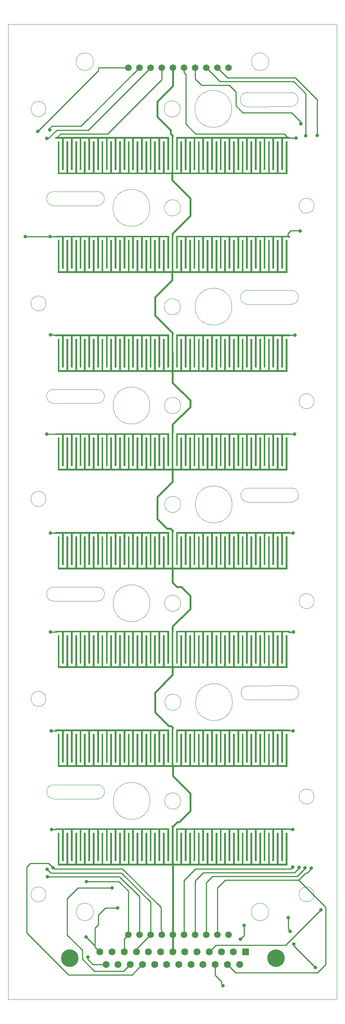
<source format=gtl>
G04 This is an RS-274x file exported by *
G04 gerbv version 2.6.0 *
G04 More information is available about gerbv at *
G04 http://gerbv.gpleda.org/ *
G04 --End of header info--*
%MOIN*%
%FSLAX34Y34*%
%IPPOS*%
G04 --Define apertures--*
%ADD10C,0.0000*%
%ADD11C,0.1575*%
%ADD12C,0.0630*%
%ADD13R,0.0630X0.0630*%
%ADD14C,0.0591*%
%ADD15C,0.0000*%
%ADD16C,0.0039*%
%ADD17C,0.0315*%
%ADD18C,0.0098*%
%ADD19C,0.0157*%
G04 --Start main section--*
G54D10*
G01X0055951Y-027656D02*
G75*
G02X0055948Y-026396I-000001J0000630D01*
G01X0059885Y-026388D02*
G75*
G02X0059888Y-027648I0000001J-000630D01*
G01X0055928Y-009935D02*
G01X0059865Y-009927D01*
G01X0055926Y-008675D02*
G01X0059863Y-008667D01*
G01X0049907Y-010147D02*
G75*
G03X0049907Y-010147I-000729J0000000D01*
G01X0054522Y-010140D02*
G75*
G03X0054522Y-010140I-001654J0000000D01*
G01X0055928Y-009935D02*
G75*
G02X0055926Y-008675I-000001J0000630D01*
G01X0034449Y-089963D02*
G01X0034449Y-002562D01*
G01X0063976Y-089963D02*
G01X0034449Y-089963D01*
G01X0063976Y-002562D02*
G01X0063976Y-089963D01*
G01X0034449Y-002562D02*
G01X0063976Y-002562D01*
G01X0042477Y-071965D02*
G01X0038540Y-071966D01*
G01X0042476Y-070705D02*
G01X0038539Y-070707D01*
G01X0049957Y-072160D02*
G75*
G03X0049957Y-072160I-000729J0000000D01*
G01X0047191Y-072161D02*
G75*
G03X0047191Y-072161I-001654J0000000D01*
G01X0042476Y-070705D02*
G75*
G02X0042477Y-071965I0000000J-000630D01*
G01X0054567Y-045581D02*
G75*
G03X0054567Y-045581I-001654J0000000D01*
G01X0055973Y-045376D02*
G75*
G02X0055971Y-044116I-000001J0000630D01*
G01X0059908Y-044108D02*
G75*
G02X0059910Y-045368I0000001J-000630D01*
G01X0055951Y-027656D02*
G01X0059888Y-027648D01*
G01X0055948Y-026396D02*
G01X0059885Y-026388D01*
G01X0049929Y-027868D02*
G75*
G03X0049929Y-027868I-000729J0000000D01*
G01X0054545Y-027860D02*
G75*
G03X0054545Y-027860I-001654J0000000D01*
G01X0042460Y-017548D02*
G01X0038523Y-017550D01*
G01X0049941Y-019003D02*
G75*
G03X0049941Y-019003I-000729J0000000D01*
G01X0047174Y-019005D02*
G75*
G03X0047174Y-019005I-001654J0000000D01*
G01X0042460Y-017548D02*
G75*
G02X0042461Y-018808I0000000J-000630D01*
G01X0038524Y-018810D02*
G75*
G02X0038523Y-017550I0000000J0000630D01*
G01X0055996Y-063097D02*
G01X0059933Y-063089D01*
G01X0055993Y-061837D02*
G01X0059930Y-061829D01*
G01X0059863Y-008667D02*
G75*
G02X0059865Y-009927I0000001J-000630D01*
G01X0057874Y-005908D02*
G75*
G03X0057874Y-005908I-000787J0000000D01*
G01X0042126Y-005908D02*
G75*
G03X0042126Y-005908I-000787J0000000D01*
G01X0057874Y-082103D02*
G75*
G03X0057874Y-082103I-000787J0000000D01*
G01X0042126Y-082103D02*
G75*
G03X0042126Y-082103I-000787J0000000D01*
G01X0037840Y-027576D02*
G75*
G03X0037840Y-027576I-000675J0000000D01*
G01X0037840Y-010154D02*
G75*
G03X0037840Y-010154I-000675J0000000D01*
G01X0049974Y-063309D02*
G75*
G03X0049974Y-063309I-000729J0000000D01*
G01X0054590Y-063301D02*
G75*
G03X0054590Y-063301I-001654J0000000D01*
G01X0055996Y-063097D02*
G75*
G02X0055993Y-061837I-000001J0000630D01*
G01X0059930Y-061829D02*
G75*
G02X0059933Y-063089I0000001J-000630D01*
G01X0055973Y-045376D02*
G01X0059910Y-045368D01*
G01X0055971Y-044116D02*
G01X0059908Y-044108D01*
G01X0049952Y-045588D02*
G75*
G03X0049952Y-045588I-000729J0000000D01*
G01X0061935Y-080529D02*
G75*
G03X0061935Y-080529I-000675J0000000D01*
G01X0061935Y-071769D02*
G75*
G03X0061935Y-071769I-000675J0000000D01*
G01X0061935Y-054249D02*
G75*
G03X0061935Y-054249I-000675J0000000D01*
G01X0061935Y-036336D02*
G75*
G03X0061935Y-036336I-000675J0000000D01*
G01X0061935Y-018816D02*
G75*
G03X0061935Y-018816I-000675J0000000D01*
G01X0037840Y-080529D02*
G75*
G03X0037840Y-080529I-000675J0000000D01*
G01X0037840Y-063009D02*
G75*
G03X0037840Y-063009I-000675J0000000D01*
G01X0042466Y-036527D02*
G01X0038529Y-036529D01*
G01X0042465Y-035267D02*
G01X0038528Y-035269D01*
G01X0049946Y-036722D02*
G75*
G03X0049946Y-036722I-000729J0000000D01*
G01X0047180Y-036724D02*
G75*
G03X0047180Y-036724I-001654J0000000D01*
G01X0042465Y-035267D02*
G75*
G02X0042466Y-036527I0000000J-000630D01*
G01X0038529Y-036529D02*
G75*
G02X0038528Y-035269I0000000J0000630D01*
G01X0042461Y-018808D02*
G01X0038524Y-018810D01*
G01X0038540Y-071966D02*
G75*
G02X0038539Y-070707I0000000J0000630D01*
G01X0042472Y-054246D02*
G01X0038535Y-054248D01*
G01X0042471Y-052986D02*
G01X0038534Y-052988D01*
G01X0049952Y-054441D02*
G75*
G03X0049952Y-054441I-000729J0000000D01*
G01X0047185Y-054443D02*
G75*
G03X0047185Y-054443I-001654J0000000D01*
G01X0042471Y-052986D02*
G75*
G02X0042472Y-054246I0000000J-000630D01*
G01X0038535Y-054248D02*
G75*
G02X0038534Y-052988I0000000J0000630D01*
G01X0037840Y-045096D02*
G75*
G03X0037840Y-045096I-000675J0000000D01*
G54D11*
G01X0039961Y-086249D03*
G01X0058504Y-086249D03*
G54D12*
G01X0043234Y-086808D03*
G01X0044325Y-086808D03*
G01X0045415Y-086808D03*
G01X0046506Y-086808D03*
G01X0047596Y-086808D03*
G01X0048687Y-086808D03*
G01X0049778Y-086808D03*
G01X0050868Y-086808D03*
G01X0051959Y-086808D03*
G01X0053049Y-086808D03*
G01X0054140Y-086808D03*
G01X0055230Y-086808D03*
G01X0042689Y-085690D03*
G01X0043780Y-085690D03*
G01X0044870Y-085690D03*
G01X0045961Y-085690D03*
G01X0047051Y-085690D03*
G01X0048142Y-085690D03*
G01X0049232Y-085690D03*
G01X0050323Y-085690D03*
G01X0051413Y-085690D03*
G01X0052504Y-085690D03*
G01X0053594Y-085690D03*
G01X0054685Y-085690D03*
G54D13*
G01X0055776Y-085690D03*
G54D14*
G01X0045232Y-006451D03*
G01X0046232Y-006451D03*
G01X0047232Y-006451D03*
G01X0048232Y-006451D03*
G01X0049232Y-006451D03*
G01X0050232Y-006451D03*
G01X0051232Y-006451D03*
G01X0052232Y-006451D03*
G01X0053232Y-006451D03*
G01X0054232Y-006451D03*
G01X0054232Y-084154D03*
G01X0053232Y-084154D03*
G01X0052232Y-084154D03*
G01X0051232Y-084154D03*
G01X0050232Y-084154D03*
G01X0049232Y-084154D03*
G01X0048232Y-084154D03*
G01X0047232Y-084154D03*
G01X0046232Y-084154D03*
G01X0045232Y-084154D03*
G54D15*
G01X0038858Y-074685D03*
G54D16*
G36*
G01X0048898Y-077559D02*
G01X0048740Y-077559D01*
G01X0048740Y-074764D01*
G01X0048110Y-074764D01*
G01X0048110Y-077559D01*
G01X0047953Y-077559D01*
G01X0047953Y-074764D01*
G01X0047323Y-074764D01*
G01X0047323Y-077559D01*
G01X0047165Y-077559D01*
G01X0047165Y-074764D01*
G01X0046535Y-074764D01*
G01X0046535Y-077559D01*
G01X0046378Y-077559D01*
G01X0046378Y-074764D01*
G01X0045748Y-074764D01*
G01X0045748Y-077559D01*
G01X0045591Y-077559D01*
G01X0045591Y-074764D01*
G01X0044961Y-074764D01*
G01X0044961Y-077559D01*
G01X0044803Y-077559D01*
G01X0044803Y-074764D01*
G01X0044173Y-074764D01*
G01X0044173Y-077559D01*
G01X0044016Y-077559D01*
G01X0044016Y-074764D01*
G01X0043386Y-074764D01*
G01X0043386Y-077559D01*
G01X0043228Y-077559D01*
G01X0043228Y-074764D01*
G01X0042598Y-074764D01*
G01X0042598Y-077559D01*
G01X0042441Y-077559D01*
G01X0042441Y-074764D01*
G01X0041811Y-074764D01*
G01X0041811Y-077559D01*
G01X0041654Y-077559D01*
G01X0041654Y-074764D01*
G01X0041024Y-074764D01*
G01X0041024Y-077559D01*
G01X0040866Y-077559D01*
G01X0040866Y-074764D01*
G01X0040236Y-074764D01*
G01X0040236Y-077559D01*
G01X0040079Y-077559D01*
G01X0040079Y-074764D01*
G01X0039449Y-074764D01*
G01X0039449Y-077559D01*
G01X0039291Y-077559D01*
G01X0039291Y-074764D01*
G01X0038661Y-074764D01*
G01X0038661Y-074606D01*
G01X0048898Y-074606D01*
G01X0048898Y-077559D01*
G01X0048898Y-077559D01*
G37*
G54D15*
G01X0059567Y-074685D03*
G54D16*
G36*
G01X0059764Y-074764D02*
G01X0059134Y-074764D01*
G01X0059134Y-077559D01*
G01X0058976Y-077559D01*
G01X0058976Y-074764D01*
G01X0058346Y-074764D01*
G01X0058346Y-077559D01*
G01X0058189Y-077559D01*
G01X0058189Y-074764D01*
G01X0057559Y-074764D01*
G01X0057559Y-077559D01*
G01X0057402Y-077559D01*
G01X0057402Y-074764D01*
G01X0056772Y-074764D01*
G01X0056772Y-077559D01*
G01X0056614Y-077559D01*
G01X0056614Y-074764D01*
G01X0055984Y-074764D01*
G01X0055984Y-077559D01*
G01X0055827Y-077559D01*
G01X0055827Y-074764D01*
G01X0055197Y-074764D01*
G01X0055197Y-077559D01*
G01X0055039Y-077559D01*
G01X0055039Y-074764D01*
G01X0054409Y-074764D01*
G01X0054409Y-077559D01*
G01X0054252Y-077559D01*
G01X0054252Y-074764D01*
G01X0053622Y-074764D01*
G01X0053622Y-077559D01*
G01X0053465Y-077559D01*
G01X0053465Y-074764D01*
G01X0052835Y-074764D01*
G01X0052835Y-077559D01*
G01X0052677Y-077559D01*
G01X0052677Y-074764D01*
G01X0052047Y-074764D01*
G01X0052047Y-077559D01*
G01X0051890Y-077559D01*
G01X0051890Y-074764D01*
G01X0051260Y-074764D01*
G01X0051260Y-077559D01*
G01X0051102Y-077559D01*
G01X0051102Y-074764D01*
G01X0050472Y-074764D01*
G01X0050472Y-077559D01*
G01X0050315Y-077559D01*
G01X0050315Y-074764D01*
G01X0049685Y-074764D01*
G01X0049685Y-077559D01*
G01X0049528Y-077559D01*
G01X0049528Y-074606D01*
G01X0059764Y-074606D01*
G01X0059764Y-074764D01*
G01X0059764Y-074764D01*
G37*
G54D15*
G01X0049213Y-077756D03*
G54D16*
G36*
G01X0049291Y-077795D02*
G01X0049921Y-077795D01*
G01X0049921Y-075000D01*
G01X0050079Y-075000D01*
G01X0050079Y-077795D01*
G01X0050709Y-077795D01*
G01X0050709Y-075000D01*
G01X0050866Y-075000D01*
G01X0050866Y-077795D01*
G01X0051496Y-077795D01*
G01X0051496Y-075000D01*
G01X0051654Y-075000D01*
G01X0051654Y-077795D01*
G01X0052283Y-077795D01*
G01X0052283Y-075000D01*
G01X0052441Y-075000D01*
G01X0052441Y-077795D01*
G01X0053071Y-077795D01*
G01X0053071Y-075000D01*
G01X0053228Y-075000D01*
G01X0053228Y-077795D01*
G01X0053858Y-077795D01*
G01X0053858Y-075000D01*
G01X0054016Y-075000D01*
G01X0054016Y-077795D01*
G01X0054646Y-077795D01*
G01X0054646Y-075000D01*
G01X0054803Y-075000D01*
G01X0054803Y-077795D01*
G01X0055433Y-077795D01*
G01X0055433Y-075000D01*
G01X0055591Y-075000D01*
G01X0055591Y-077795D01*
G01X0056220Y-077795D01*
G01X0056220Y-075000D01*
G01X0056378Y-075000D01*
G01X0056378Y-077795D01*
G01X0057008Y-077795D01*
G01X0057008Y-075000D01*
G01X0057165Y-075000D01*
G01X0057165Y-077795D01*
G01X0057795Y-077795D01*
G01X0057795Y-075000D01*
G01X0057953Y-075000D01*
G01X0057953Y-077795D01*
G01X0058583Y-077795D01*
G01X0058583Y-075000D01*
G01X0058740Y-075000D01*
G01X0058740Y-077795D01*
G01X0059370Y-077795D01*
G01X0059370Y-075000D01*
G01X0059528Y-075000D01*
G01X0059528Y-077953D01*
G01X0038898Y-077953D01*
G01X0038898Y-075000D01*
G01X0039055Y-075000D01*
G01X0039055Y-077795D01*
G01X0039685Y-077795D01*
G01X0039685Y-075000D01*
G01X0039843Y-075000D01*
G01X0039843Y-077795D01*
G01X0040472Y-077795D01*
G01X0040472Y-075000D01*
G01X0040630Y-075000D01*
G01X0040630Y-077795D01*
G01X0041260Y-077795D01*
G01X0041260Y-075000D01*
G01X0041417Y-075000D01*
G01X0041417Y-077795D01*
G01X0042047Y-077795D01*
G01X0042047Y-075000D01*
G01X0042205Y-075000D01*
G01X0042205Y-077795D01*
G01X0042835Y-077795D01*
G01X0042835Y-075000D01*
G01X0042992Y-075000D01*
G01X0042992Y-077795D01*
G01X0043622Y-077795D01*
G01X0043622Y-075000D01*
G01X0043780Y-075000D01*
G01X0043780Y-077795D01*
G01X0044409Y-077795D01*
G01X0044409Y-075000D01*
G01X0044567Y-075000D01*
G01X0044567Y-077795D01*
G01X0045197Y-077795D01*
G01X0045197Y-075000D01*
G01X0045354Y-075000D01*
G01X0045354Y-077795D01*
G01X0045984Y-077795D01*
G01X0045984Y-075000D01*
G01X0046142Y-075000D01*
G01X0046142Y-077795D01*
G01X0046772Y-077795D01*
G01X0046772Y-075000D01*
G01X0046929Y-075000D01*
G01X0046929Y-077795D01*
G01X0047559Y-077795D01*
G01X0047559Y-075000D01*
G01X0047717Y-075000D01*
G01X0047717Y-077795D01*
G01X0048346Y-077795D01*
G01X0048346Y-075000D01*
G01X0048504Y-075000D01*
G01X0048504Y-077795D01*
G01X0049134Y-077795D01*
G01X0049134Y-074606D01*
G01X0049291Y-074606D01*
G01X0049291Y-077795D01*
G01X0049291Y-077795D01*
G37*
G54D15*
G01X0049213Y-068905D03*
G54D16*
G36*
G01X0049291Y-068945D02*
G01X0049921Y-068945D01*
G01X0049921Y-066149D01*
G01X0050079Y-066149D01*
G01X0050079Y-068945D01*
G01X0050709Y-068945D01*
G01X0050709Y-066149D01*
G01X0050866Y-066149D01*
G01X0050866Y-068945D01*
G01X0051496Y-068945D01*
G01X0051496Y-066149D01*
G01X0051654Y-066149D01*
G01X0051654Y-068945D01*
G01X0052283Y-068945D01*
G01X0052283Y-066149D01*
G01X0052441Y-066149D01*
G01X0052441Y-068945D01*
G01X0053071Y-068945D01*
G01X0053071Y-066149D01*
G01X0053228Y-066149D01*
G01X0053228Y-068945D01*
G01X0053858Y-068945D01*
G01X0053858Y-066149D01*
G01X0054016Y-066149D01*
G01X0054016Y-068945D01*
G01X0054646Y-068945D01*
G01X0054646Y-066149D01*
G01X0054803Y-066149D01*
G01X0054803Y-068945D01*
G01X0055433Y-068945D01*
G01X0055433Y-066149D01*
G01X0055591Y-066149D01*
G01X0055591Y-068945D01*
G01X0056220Y-068945D01*
G01X0056220Y-066149D01*
G01X0056378Y-066149D01*
G01X0056378Y-068945D01*
G01X0057008Y-068945D01*
G01X0057008Y-066149D01*
G01X0057165Y-066149D01*
G01X0057165Y-068945D01*
G01X0057795Y-068945D01*
G01X0057795Y-066149D01*
G01X0057953Y-066149D01*
G01X0057953Y-068945D01*
G01X0058583Y-068945D01*
G01X0058583Y-066149D01*
G01X0058740Y-066149D01*
G01X0058740Y-068945D01*
G01X0059370Y-068945D01*
G01X0059370Y-066149D01*
G01X0059528Y-066149D01*
G01X0059528Y-069102D01*
G01X0038898Y-069102D01*
G01X0038898Y-066149D01*
G01X0039055Y-066149D01*
G01X0039055Y-068945D01*
G01X0039685Y-068945D01*
G01X0039685Y-066149D01*
G01X0039843Y-066149D01*
G01X0039843Y-068945D01*
G01X0040472Y-068945D01*
G01X0040472Y-066149D01*
G01X0040630Y-066149D01*
G01X0040630Y-068945D01*
G01X0041260Y-068945D01*
G01X0041260Y-066149D01*
G01X0041417Y-066149D01*
G01X0041417Y-068945D01*
G01X0042047Y-068945D01*
G01X0042047Y-066149D01*
G01X0042205Y-066149D01*
G01X0042205Y-068945D01*
G01X0042835Y-068945D01*
G01X0042835Y-066149D01*
G01X0042992Y-066149D01*
G01X0042992Y-068945D01*
G01X0043622Y-068945D01*
G01X0043622Y-066149D01*
G01X0043780Y-066149D01*
G01X0043780Y-068945D01*
G01X0044409Y-068945D01*
G01X0044409Y-066149D01*
G01X0044567Y-066149D01*
G01X0044567Y-068945D01*
G01X0045197Y-068945D01*
G01X0045197Y-066149D01*
G01X0045354Y-066149D01*
G01X0045354Y-068945D01*
G01X0045984Y-068945D01*
G01X0045984Y-066149D01*
G01X0046142Y-066149D01*
G01X0046142Y-068945D01*
G01X0046772Y-068945D01*
G01X0046772Y-066149D01*
G01X0046929Y-066149D01*
G01X0046929Y-068945D01*
G01X0047559Y-068945D01*
G01X0047559Y-066149D01*
G01X0047717Y-066149D01*
G01X0047717Y-068945D01*
G01X0048346Y-068945D01*
G01X0048346Y-066149D01*
G01X0048504Y-066149D01*
G01X0048504Y-068945D01*
G01X0049134Y-068945D01*
G01X0049134Y-065756D01*
G01X0049291Y-065756D01*
G01X0049291Y-068945D01*
G01X0049291Y-068945D01*
G37*
G54D15*
G01X0059567Y-065834D03*
G54D16*
G36*
G01X0059764Y-065913D02*
G01X0059134Y-065913D01*
G01X0059134Y-068708D01*
G01X0058976Y-068708D01*
G01X0058976Y-065913D01*
G01X0058346Y-065913D01*
G01X0058346Y-068708D01*
G01X0058189Y-068708D01*
G01X0058189Y-065913D01*
G01X0057559Y-065913D01*
G01X0057559Y-068708D01*
G01X0057402Y-068708D01*
G01X0057402Y-065913D01*
G01X0056772Y-065913D01*
G01X0056772Y-068708D01*
G01X0056614Y-068708D01*
G01X0056614Y-065913D01*
G01X0055984Y-065913D01*
G01X0055984Y-068708D01*
G01X0055827Y-068708D01*
G01X0055827Y-065913D01*
G01X0055197Y-065913D01*
G01X0055197Y-068708D01*
G01X0055039Y-068708D01*
G01X0055039Y-065913D01*
G01X0054409Y-065913D01*
G01X0054409Y-068708D01*
G01X0054252Y-068708D01*
G01X0054252Y-065913D01*
G01X0053622Y-065913D01*
G01X0053622Y-068708D01*
G01X0053465Y-068708D01*
G01X0053465Y-065913D01*
G01X0052835Y-065913D01*
G01X0052835Y-068708D01*
G01X0052677Y-068708D01*
G01X0052677Y-065913D01*
G01X0052047Y-065913D01*
G01X0052047Y-068708D01*
G01X0051890Y-068708D01*
G01X0051890Y-065913D01*
G01X0051260Y-065913D01*
G01X0051260Y-068708D01*
G01X0051102Y-068708D01*
G01X0051102Y-065913D01*
G01X0050472Y-065913D01*
G01X0050472Y-068708D01*
G01X0050315Y-068708D01*
G01X0050315Y-065913D01*
G01X0049685Y-065913D01*
G01X0049685Y-068708D01*
G01X0049528Y-068708D01*
G01X0049528Y-065756D01*
G01X0059764Y-065756D01*
G01X0059764Y-065913D01*
G01X0059764Y-065913D01*
G37*
G54D15*
G01X0038858Y-065834D03*
G54D16*
G36*
G01X0048898Y-068708D02*
G01X0048740Y-068708D01*
G01X0048740Y-065913D01*
G01X0048110Y-065913D01*
G01X0048110Y-068708D01*
G01X0047953Y-068708D01*
G01X0047953Y-065913D01*
G01X0047323Y-065913D01*
G01X0047323Y-068708D01*
G01X0047165Y-068708D01*
G01X0047165Y-065913D01*
G01X0046535Y-065913D01*
G01X0046535Y-068708D01*
G01X0046378Y-068708D01*
G01X0046378Y-065913D01*
G01X0045748Y-065913D01*
G01X0045748Y-068708D01*
G01X0045591Y-068708D01*
G01X0045591Y-065913D01*
G01X0044961Y-065913D01*
G01X0044961Y-068708D01*
G01X0044803Y-068708D01*
G01X0044803Y-065913D01*
G01X0044173Y-065913D01*
G01X0044173Y-068708D01*
G01X0044016Y-068708D01*
G01X0044016Y-065913D01*
G01X0043386Y-065913D01*
G01X0043386Y-068708D01*
G01X0043228Y-068708D01*
G01X0043228Y-065913D01*
G01X0042598Y-065913D01*
G01X0042598Y-068708D01*
G01X0042441Y-068708D01*
G01X0042441Y-065913D01*
G01X0041811Y-065913D01*
G01X0041811Y-068708D01*
G01X0041654Y-068708D01*
G01X0041654Y-065913D01*
G01X0041024Y-065913D01*
G01X0041024Y-068708D01*
G01X0040866Y-068708D01*
G01X0040866Y-065913D01*
G01X0040236Y-065913D01*
G01X0040236Y-068708D01*
G01X0040079Y-068708D01*
G01X0040079Y-065913D01*
G01X0039449Y-065913D01*
G01X0039449Y-068708D01*
G01X0039291Y-068708D01*
G01X0039291Y-065913D01*
G01X0038661Y-065913D01*
G01X0038661Y-065756D01*
G01X0048898Y-065756D01*
G01X0048898Y-068708D01*
G01X0048898Y-068708D01*
G37*
G54D15*
G01X0038858Y-056984D03*
G54D16*
G36*
G01X0048898Y-059858D02*
G01X0048740Y-059858D01*
G01X0048740Y-057063D01*
G01X0048110Y-057063D01*
G01X0048110Y-059858D01*
G01X0047953Y-059858D01*
G01X0047953Y-057063D01*
G01X0047323Y-057063D01*
G01X0047323Y-059858D01*
G01X0047165Y-059858D01*
G01X0047165Y-057063D01*
G01X0046535Y-057063D01*
G01X0046535Y-059858D01*
G01X0046378Y-059858D01*
G01X0046378Y-057063D01*
G01X0045748Y-057063D01*
G01X0045748Y-059858D01*
G01X0045591Y-059858D01*
G01X0045591Y-057063D01*
G01X0044961Y-057063D01*
G01X0044961Y-059858D01*
G01X0044803Y-059858D01*
G01X0044803Y-057063D01*
G01X0044173Y-057063D01*
G01X0044173Y-059858D01*
G01X0044016Y-059858D01*
G01X0044016Y-057063D01*
G01X0043386Y-057063D01*
G01X0043386Y-059858D01*
G01X0043228Y-059858D01*
G01X0043228Y-057063D01*
G01X0042598Y-057063D01*
G01X0042598Y-059858D01*
G01X0042441Y-059858D01*
G01X0042441Y-057063D01*
G01X0041811Y-057063D01*
G01X0041811Y-059858D01*
G01X0041654Y-059858D01*
G01X0041654Y-057063D01*
G01X0041024Y-057063D01*
G01X0041024Y-059858D01*
G01X0040866Y-059858D01*
G01X0040866Y-057063D01*
G01X0040236Y-057063D01*
G01X0040236Y-059858D01*
G01X0040079Y-059858D01*
G01X0040079Y-057063D01*
G01X0039449Y-057063D01*
G01X0039449Y-059858D01*
G01X0039291Y-059858D01*
G01X0039291Y-057063D01*
G01X0038661Y-057063D01*
G01X0038661Y-056905D01*
G01X0048898Y-056905D01*
G01X0048898Y-059858D01*
G01X0048898Y-059858D01*
G37*
G54D15*
G01X0059567Y-056984D03*
G54D16*
G36*
G01X0059764Y-057063D02*
G01X0059134Y-057063D01*
G01X0059134Y-059858D01*
G01X0058976Y-059858D01*
G01X0058976Y-057063D01*
G01X0058346Y-057063D01*
G01X0058346Y-059858D01*
G01X0058189Y-059858D01*
G01X0058189Y-057063D01*
G01X0057559Y-057063D01*
G01X0057559Y-059858D01*
G01X0057402Y-059858D01*
G01X0057402Y-057063D01*
G01X0056772Y-057063D01*
G01X0056772Y-059858D01*
G01X0056614Y-059858D01*
G01X0056614Y-057063D01*
G01X0055984Y-057063D01*
G01X0055984Y-059858D01*
G01X0055827Y-059858D01*
G01X0055827Y-057063D01*
G01X0055197Y-057063D01*
G01X0055197Y-059858D01*
G01X0055039Y-059858D01*
G01X0055039Y-057063D01*
G01X0054409Y-057063D01*
G01X0054409Y-059858D01*
G01X0054252Y-059858D01*
G01X0054252Y-057063D01*
G01X0053622Y-057063D01*
G01X0053622Y-059858D01*
G01X0053465Y-059858D01*
G01X0053465Y-057063D01*
G01X0052835Y-057063D01*
G01X0052835Y-059858D01*
G01X0052677Y-059858D01*
G01X0052677Y-057063D01*
G01X0052047Y-057063D01*
G01X0052047Y-059858D01*
G01X0051890Y-059858D01*
G01X0051890Y-057063D01*
G01X0051260Y-057063D01*
G01X0051260Y-059858D01*
G01X0051102Y-059858D01*
G01X0051102Y-057063D01*
G01X0050472Y-057063D01*
G01X0050472Y-059858D01*
G01X0050315Y-059858D01*
G01X0050315Y-057063D01*
G01X0049685Y-057063D01*
G01X0049685Y-059858D01*
G01X0049528Y-059858D01*
G01X0049528Y-056905D01*
G01X0059764Y-056905D01*
G01X0059764Y-057063D01*
G01X0059764Y-057063D01*
G37*
G54D15*
G01X0049213Y-060055D03*
G54D16*
G36*
G01X0049291Y-060094D02*
G01X0049921Y-060094D01*
G01X0049921Y-057299D01*
G01X0050079Y-057299D01*
G01X0050079Y-060094D01*
G01X0050709Y-060094D01*
G01X0050709Y-057299D01*
G01X0050866Y-057299D01*
G01X0050866Y-060094D01*
G01X0051496Y-060094D01*
G01X0051496Y-057299D01*
G01X0051654Y-057299D01*
G01X0051654Y-060094D01*
G01X0052283Y-060094D01*
G01X0052283Y-057299D01*
G01X0052441Y-057299D01*
G01X0052441Y-060094D01*
G01X0053071Y-060094D01*
G01X0053071Y-057299D01*
G01X0053228Y-057299D01*
G01X0053228Y-060094D01*
G01X0053858Y-060094D01*
G01X0053858Y-057299D01*
G01X0054016Y-057299D01*
G01X0054016Y-060094D01*
G01X0054646Y-060094D01*
G01X0054646Y-057299D01*
G01X0054803Y-057299D01*
G01X0054803Y-060094D01*
G01X0055433Y-060094D01*
G01X0055433Y-057299D01*
G01X0055591Y-057299D01*
G01X0055591Y-060094D01*
G01X0056220Y-060094D01*
G01X0056220Y-057299D01*
G01X0056378Y-057299D01*
G01X0056378Y-060094D01*
G01X0057008Y-060094D01*
G01X0057008Y-057299D01*
G01X0057165Y-057299D01*
G01X0057165Y-060094D01*
G01X0057795Y-060094D01*
G01X0057795Y-057299D01*
G01X0057953Y-057299D01*
G01X0057953Y-060094D01*
G01X0058583Y-060094D01*
G01X0058583Y-057299D01*
G01X0058740Y-057299D01*
G01X0058740Y-060094D01*
G01X0059370Y-060094D01*
G01X0059370Y-057299D01*
G01X0059528Y-057299D01*
G01X0059528Y-060251D01*
G01X0038898Y-060251D01*
G01X0038898Y-057299D01*
G01X0039055Y-057299D01*
G01X0039055Y-060094D01*
G01X0039685Y-060094D01*
G01X0039685Y-057299D01*
G01X0039843Y-057299D01*
G01X0039843Y-060094D01*
G01X0040472Y-060094D01*
G01X0040472Y-057299D01*
G01X0040630Y-057299D01*
G01X0040630Y-060094D01*
G01X0041260Y-060094D01*
G01X0041260Y-057299D01*
G01X0041417Y-057299D01*
G01X0041417Y-060094D01*
G01X0042047Y-060094D01*
G01X0042047Y-057299D01*
G01X0042205Y-057299D01*
G01X0042205Y-060094D01*
G01X0042835Y-060094D01*
G01X0042835Y-057299D01*
G01X0042992Y-057299D01*
G01X0042992Y-060094D01*
G01X0043622Y-060094D01*
G01X0043622Y-057299D01*
G01X0043780Y-057299D01*
G01X0043780Y-060094D01*
G01X0044409Y-060094D01*
G01X0044409Y-057299D01*
G01X0044567Y-057299D01*
G01X0044567Y-060094D01*
G01X0045197Y-060094D01*
G01X0045197Y-057299D01*
G01X0045354Y-057299D01*
G01X0045354Y-060094D01*
G01X0045984Y-060094D01*
G01X0045984Y-057299D01*
G01X0046142Y-057299D01*
G01X0046142Y-060094D01*
G01X0046772Y-060094D01*
G01X0046772Y-057299D01*
G01X0046929Y-057299D01*
G01X0046929Y-060094D01*
G01X0047559Y-060094D01*
G01X0047559Y-057299D01*
G01X0047717Y-057299D01*
G01X0047717Y-060094D01*
G01X0048346Y-060094D01*
G01X0048346Y-057299D01*
G01X0048504Y-057299D01*
G01X0048504Y-060094D01*
G01X0049134Y-060094D01*
G01X0049134Y-056905D01*
G01X0049291Y-056905D01*
G01X0049291Y-060094D01*
G01X0049291Y-060094D01*
G37*
G54D15*
G01X0049213Y-051204D03*
G54D16*
G36*
G01X0049291Y-051243D02*
G01X0049921Y-051243D01*
G01X0049921Y-048448D01*
G01X0050079Y-048448D01*
G01X0050079Y-051243D01*
G01X0050709Y-051243D01*
G01X0050709Y-048448D01*
G01X0050866Y-048448D01*
G01X0050866Y-051243D01*
G01X0051496Y-051243D01*
G01X0051496Y-048448D01*
G01X0051654Y-048448D01*
G01X0051654Y-051243D01*
G01X0052283Y-051243D01*
G01X0052283Y-048448D01*
G01X0052441Y-048448D01*
G01X0052441Y-051243D01*
G01X0053071Y-051243D01*
G01X0053071Y-048448D01*
G01X0053228Y-048448D01*
G01X0053228Y-051243D01*
G01X0053858Y-051243D01*
G01X0053858Y-048448D01*
G01X0054016Y-048448D01*
G01X0054016Y-051243D01*
G01X0054646Y-051243D01*
G01X0054646Y-048448D01*
G01X0054803Y-048448D01*
G01X0054803Y-051243D01*
G01X0055433Y-051243D01*
G01X0055433Y-048448D01*
G01X0055591Y-048448D01*
G01X0055591Y-051243D01*
G01X0056220Y-051243D01*
G01X0056220Y-048448D01*
G01X0056378Y-048448D01*
G01X0056378Y-051243D01*
G01X0057008Y-051243D01*
G01X0057008Y-048448D01*
G01X0057165Y-048448D01*
G01X0057165Y-051243D01*
G01X0057795Y-051243D01*
G01X0057795Y-048448D01*
G01X0057953Y-048448D01*
G01X0057953Y-051243D01*
G01X0058583Y-051243D01*
G01X0058583Y-048448D01*
G01X0058740Y-048448D01*
G01X0058740Y-051243D01*
G01X0059370Y-051243D01*
G01X0059370Y-048448D01*
G01X0059528Y-048448D01*
G01X0059528Y-051401D01*
G01X0038898Y-051401D01*
G01X0038898Y-048448D01*
G01X0039055Y-048448D01*
G01X0039055Y-051243D01*
G01X0039685Y-051243D01*
G01X0039685Y-048448D01*
G01X0039843Y-048448D01*
G01X0039843Y-051243D01*
G01X0040472Y-051243D01*
G01X0040472Y-048448D01*
G01X0040630Y-048448D01*
G01X0040630Y-051243D01*
G01X0041260Y-051243D01*
G01X0041260Y-048448D01*
G01X0041417Y-048448D01*
G01X0041417Y-051243D01*
G01X0042047Y-051243D01*
G01X0042047Y-048448D01*
G01X0042205Y-048448D01*
G01X0042205Y-051243D01*
G01X0042835Y-051243D01*
G01X0042835Y-048448D01*
G01X0042992Y-048448D01*
G01X0042992Y-051243D01*
G01X0043622Y-051243D01*
G01X0043622Y-048448D01*
G01X0043780Y-048448D01*
G01X0043780Y-051243D01*
G01X0044409Y-051243D01*
G01X0044409Y-048448D01*
G01X0044567Y-048448D01*
G01X0044567Y-051243D01*
G01X0045197Y-051243D01*
G01X0045197Y-048448D01*
G01X0045354Y-048448D01*
G01X0045354Y-051243D01*
G01X0045984Y-051243D01*
G01X0045984Y-048448D01*
G01X0046142Y-048448D01*
G01X0046142Y-051243D01*
G01X0046772Y-051243D01*
G01X0046772Y-048448D01*
G01X0046929Y-048448D01*
G01X0046929Y-051243D01*
G01X0047559Y-051243D01*
G01X0047559Y-048448D01*
G01X0047717Y-048448D01*
G01X0047717Y-051243D01*
G01X0048346Y-051243D01*
G01X0048346Y-048448D01*
G01X0048504Y-048448D01*
G01X0048504Y-051243D01*
G01X0049134Y-051243D01*
G01X0049134Y-048054D01*
G01X0049291Y-048054D01*
G01X0049291Y-051243D01*
G01X0049291Y-051243D01*
G37*
G54D15*
G01X0059567Y-048133D03*
G54D16*
G36*
G01X0059764Y-048212D02*
G01X0059134Y-048212D01*
G01X0059134Y-051007D01*
G01X0058976Y-051007D01*
G01X0058976Y-048212D01*
G01X0058346Y-048212D01*
G01X0058346Y-051007D01*
G01X0058189Y-051007D01*
G01X0058189Y-048212D01*
G01X0057559Y-048212D01*
G01X0057559Y-051007D01*
G01X0057402Y-051007D01*
G01X0057402Y-048212D01*
G01X0056772Y-048212D01*
G01X0056772Y-051007D01*
G01X0056614Y-051007D01*
G01X0056614Y-048212D01*
G01X0055984Y-048212D01*
G01X0055984Y-051007D01*
G01X0055827Y-051007D01*
G01X0055827Y-048212D01*
G01X0055197Y-048212D01*
G01X0055197Y-051007D01*
G01X0055039Y-051007D01*
G01X0055039Y-048212D01*
G01X0054409Y-048212D01*
G01X0054409Y-051007D01*
G01X0054252Y-051007D01*
G01X0054252Y-048212D01*
G01X0053622Y-048212D01*
G01X0053622Y-051007D01*
G01X0053465Y-051007D01*
G01X0053465Y-048212D01*
G01X0052835Y-048212D01*
G01X0052835Y-051007D01*
G01X0052677Y-051007D01*
G01X0052677Y-048212D01*
G01X0052047Y-048212D01*
G01X0052047Y-051007D01*
G01X0051890Y-051007D01*
G01X0051890Y-048212D01*
G01X0051260Y-048212D01*
G01X0051260Y-051007D01*
G01X0051102Y-051007D01*
G01X0051102Y-048212D01*
G01X0050472Y-048212D01*
G01X0050472Y-051007D01*
G01X0050315Y-051007D01*
G01X0050315Y-048212D01*
G01X0049685Y-048212D01*
G01X0049685Y-051007D01*
G01X0049528Y-051007D01*
G01X0049528Y-048054D01*
G01X0059764Y-048054D01*
G01X0059764Y-048212D01*
G01X0059764Y-048212D01*
G37*
G54D15*
G01X0038858Y-048133D03*
G54D16*
G36*
G01X0048898Y-051007D02*
G01X0048740Y-051007D01*
G01X0048740Y-048212D01*
G01X0048110Y-048212D01*
G01X0048110Y-051007D01*
G01X0047953Y-051007D01*
G01X0047953Y-048212D01*
G01X0047323Y-048212D01*
G01X0047323Y-051007D01*
G01X0047165Y-051007D01*
G01X0047165Y-048212D01*
G01X0046535Y-048212D01*
G01X0046535Y-051007D01*
G01X0046378Y-051007D01*
G01X0046378Y-048212D01*
G01X0045748Y-048212D01*
G01X0045748Y-051007D01*
G01X0045591Y-051007D01*
G01X0045591Y-048212D01*
G01X0044961Y-048212D01*
G01X0044961Y-051007D01*
G01X0044803Y-051007D01*
G01X0044803Y-048212D01*
G01X0044173Y-048212D01*
G01X0044173Y-051007D01*
G01X0044016Y-051007D01*
G01X0044016Y-048212D01*
G01X0043386Y-048212D01*
G01X0043386Y-051007D01*
G01X0043228Y-051007D01*
G01X0043228Y-048212D01*
G01X0042598Y-048212D01*
G01X0042598Y-051007D01*
G01X0042441Y-051007D01*
G01X0042441Y-048212D01*
G01X0041811Y-048212D01*
G01X0041811Y-051007D01*
G01X0041654Y-051007D01*
G01X0041654Y-048212D01*
G01X0041024Y-048212D01*
G01X0041024Y-051007D01*
G01X0040866Y-051007D01*
G01X0040866Y-048212D01*
G01X0040236Y-048212D01*
G01X0040236Y-051007D01*
G01X0040079Y-051007D01*
G01X0040079Y-048212D01*
G01X0039449Y-048212D01*
G01X0039449Y-051007D01*
G01X0039291Y-051007D01*
G01X0039291Y-048212D01*
G01X0038661Y-048212D01*
G01X0038661Y-048054D01*
G01X0048898Y-048054D01*
G01X0048898Y-051007D01*
G01X0048898Y-051007D01*
G37*
G54D15*
G01X0038858Y-039283D03*
G54D16*
G36*
G01X0048898Y-042157D02*
G01X0048740Y-042157D01*
G01X0048740Y-039361D01*
G01X0048110Y-039361D01*
G01X0048110Y-042157D01*
G01X0047953Y-042157D01*
G01X0047953Y-039361D01*
G01X0047323Y-039361D01*
G01X0047323Y-042157D01*
G01X0047165Y-042157D01*
G01X0047165Y-039361D01*
G01X0046535Y-039361D01*
G01X0046535Y-042157D01*
G01X0046378Y-042157D01*
G01X0046378Y-039361D01*
G01X0045748Y-039361D01*
G01X0045748Y-042157D01*
G01X0045591Y-042157D01*
G01X0045591Y-039361D01*
G01X0044961Y-039361D01*
G01X0044961Y-042157D01*
G01X0044803Y-042157D01*
G01X0044803Y-039361D01*
G01X0044173Y-039361D01*
G01X0044173Y-042157D01*
G01X0044016Y-042157D01*
G01X0044016Y-039361D01*
G01X0043386Y-039361D01*
G01X0043386Y-042157D01*
G01X0043228Y-042157D01*
G01X0043228Y-039361D01*
G01X0042598Y-039361D01*
G01X0042598Y-042157D01*
G01X0042441Y-042157D01*
G01X0042441Y-039361D01*
G01X0041811Y-039361D01*
G01X0041811Y-042157D01*
G01X0041654Y-042157D01*
G01X0041654Y-039361D01*
G01X0041024Y-039361D01*
G01X0041024Y-042157D01*
G01X0040866Y-042157D01*
G01X0040866Y-039361D01*
G01X0040236Y-039361D01*
G01X0040236Y-042157D01*
G01X0040079Y-042157D01*
G01X0040079Y-039361D01*
G01X0039449Y-039361D01*
G01X0039449Y-042157D01*
G01X0039291Y-042157D01*
G01X0039291Y-039361D01*
G01X0038661Y-039361D01*
G01X0038661Y-039204D01*
G01X0048898Y-039204D01*
G01X0048898Y-042157D01*
G01X0048898Y-042157D01*
G37*
G54D15*
G01X0059567Y-039283D03*
G54D16*
G36*
G01X0059764Y-039361D02*
G01X0059134Y-039361D01*
G01X0059134Y-042157D01*
G01X0058976Y-042157D01*
G01X0058976Y-039361D01*
G01X0058346Y-039361D01*
G01X0058346Y-042157D01*
G01X0058189Y-042157D01*
G01X0058189Y-039361D01*
G01X0057559Y-039361D01*
G01X0057559Y-042157D01*
G01X0057402Y-042157D01*
G01X0057402Y-039361D01*
G01X0056772Y-039361D01*
G01X0056772Y-042157D01*
G01X0056614Y-042157D01*
G01X0056614Y-039361D01*
G01X0055984Y-039361D01*
G01X0055984Y-042157D01*
G01X0055827Y-042157D01*
G01X0055827Y-039361D01*
G01X0055197Y-039361D01*
G01X0055197Y-042157D01*
G01X0055039Y-042157D01*
G01X0055039Y-039361D01*
G01X0054409Y-039361D01*
G01X0054409Y-042157D01*
G01X0054252Y-042157D01*
G01X0054252Y-039361D01*
G01X0053622Y-039361D01*
G01X0053622Y-042157D01*
G01X0053465Y-042157D01*
G01X0053465Y-039361D01*
G01X0052835Y-039361D01*
G01X0052835Y-042157D01*
G01X0052677Y-042157D01*
G01X0052677Y-039361D01*
G01X0052047Y-039361D01*
G01X0052047Y-042157D01*
G01X0051890Y-042157D01*
G01X0051890Y-039361D01*
G01X0051260Y-039361D01*
G01X0051260Y-042157D01*
G01X0051102Y-042157D01*
G01X0051102Y-039361D01*
G01X0050472Y-039361D01*
G01X0050472Y-042157D01*
G01X0050315Y-042157D01*
G01X0050315Y-039361D01*
G01X0049685Y-039361D01*
G01X0049685Y-042157D01*
G01X0049528Y-042157D01*
G01X0049528Y-039204D01*
G01X0059764Y-039204D01*
G01X0059764Y-039361D01*
G01X0059764Y-039361D01*
G37*
G54D15*
G01X0049213Y-042353D03*
G54D16*
G36*
G01X0049291Y-042393D02*
G01X0049921Y-042393D01*
G01X0049921Y-039597D01*
G01X0050079Y-039597D01*
G01X0050079Y-042393D01*
G01X0050709Y-042393D01*
G01X0050709Y-039597D01*
G01X0050866Y-039597D01*
G01X0050866Y-042393D01*
G01X0051496Y-042393D01*
G01X0051496Y-039597D01*
G01X0051654Y-039597D01*
G01X0051654Y-042393D01*
G01X0052283Y-042393D01*
G01X0052283Y-039597D01*
G01X0052441Y-039597D01*
G01X0052441Y-042393D01*
G01X0053071Y-042393D01*
G01X0053071Y-039597D01*
G01X0053228Y-039597D01*
G01X0053228Y-042393D01*
G01X0053858Y-042393D01*
G01X0053858Y-039597D01*
G01X0054016Y-039597D01*
G01X0054016Y-042393D01*
G01X0054646Y-042393D01*
G01X0054646Y-039597D01*
G01X0054803Y-039597D01*
G01X0054803Y-042393D01*
G01X0055433Y-042393D01*
G01X0055433Y-039597D01*
G01X0055591Y-039597D01*
G01X0055591Y-042393D01*
G01X0056220Y-042393D01*
G01X0056220Y-039597D01*
G01X0056378Y-039597D01*
G01X0056378Y-042393D01*
G01X0057008Y-042393D01*
G01X0057008Y-039597D01*
G01X0057165Y-039597D01*
G01X0057165Y-042393D01*
G01X0057795Y-042393D01*
G01X0057795Y-039597D01*
G01X0057953Y-039597D01*
G01X0057953Y-042393D01*
G01X0058583Y-042393D01*
G01X0058583Y-039597D01*
G01X0058740Y-039597D01*
G01X0058740Y-042393D01*
G01X0059370Y-042393D01*
G01X0059370Y-039597D01*
G01X0059528Y-039597D01*
G01X0059528Y-042550D01*
G01X0038898Y-042550D01*
G01X0038898Y-039597D01*
G01X0039055Y-039597D01*
G01X0039055Y-042393D01*
G01X0039685Y-042393D01*
G01X0039685Y-039597D01*
G01X0039843Y-039597D01*
G01X0039843Y-042393D01*
G01X0040472Y-042393D01*
G01X0040472Y-039597D01*
G01X0040630Y-039597D01*
G01X0040630Y-042393D01*
G01X0041260Y-042393D01*
G01X0041260Y-039597D01*
G01X0041417Y-039597D01*
G01X0041417Y-042393D01*
G01X0042047Y-042393D01*
G01X0042047Y-039597D01*
G01X0042205Y-039597D01*
G01X0042205Y-042393D01*
G01X0042835Y-042393D01*
G01X0042835Y-039597D01*
G01X0042992Y-039597D01*
G01X0042992Y-042393D01*
G01X0043622Y-042393D01*
G01X0043622Y-039597D01*
G01X0043780Y-039597D01*
G01X0043780Y-042393D01*
G01X0044409Y-042393D01*
G01X0044409Y-039597D01*
G01X0044567Y-039597D01*
G01X0044567Y-042393D01*
G01X0045197Y-042393D01*
G01X0045197Y-039597D01*
G01X0045354Y-039597D01*
G01X0045354Y-042393D01*
G01X0045984Y-042393D01*
G01X0045984Y-039597D01*
G01X0046142Y-039597D01*
G01X0046142Y-042393D01*
G01X0046772Y-042393D01*
G01X0046772Y-039597D01*
G01X0046929Y-039597D01*
G01X0046929Y-042393D01*
G01X0047559Y-042393D01*
G01X0047559Y-039597D01*
G01X0047717Y-039597D01*
G01X0047717Y-042393D01*
G01X0048346Y-042393D01*
G01X0048346Y-039597D01*
G01X0048504Y-039597D01*
G01X0048504Y-042393D01*
G01X0049134Y-042393D01*
G01X0049134Y-039204D01*
G01X0049291Y-039204D01*
G01X0049291Y-042393D01*
G01X0049291Y-042393D01*
G37*
G54D15*
G01X0038858Y-030432D03*
G54D16*
G36*
G01X0048898Y-033306D02*
G01X0048740Y-033306D01*
G01X0048740Y-030511D01*
G01X0048110Y-030511D01*
G01X0048110Y-033306D01*
G01X0047953Y-033306D01*
G01X0047953Y-030511D01*
G01X0047323Y-030511D01*
G01X0047323Y-033306D01*
G01X0047165Y-033306D01*
G01X0047165Y-030511D01*
G01X0046535Y-030511D01*
G01X0046535Y-033306D01*
G01X0046378Y-033306D01*
G01X0046378Y-030511D01*
G01X0045748Y-030511D01*
G01X0045748Y-033306D01*
G01X0045591Y-033306D01*
G01X0045591Y-030511D01*
G01X0044961Y-030511D01*
G01X0044961Y-033306D01*
G01X0044803Y-033306D01*
G01X0044803Y-030511D01*
G01X0044173Y-030511D01*
G01X0044173Y-033306D01*
G01X0044016Y-033306D01*
G01X0044016Y-030511D01*
G01X0043386Y-030511D01*
G01X0043386Y-033306D01*
G01X0043228Y-033306D01*
G01X0043228Y-030511D01*
G01X0042598Y-030511D01*
G01X0042598Y-033306D01*
G01X0042441Y-033306D01*
G01X0042441Y-030511D01*
G01X0041811Y-030511D01*
G01X0041811Y-033306D01*
G01X0041654Y-033306D01*
G01X0041654Y-030511D01*
G01X0041024Y-030511D01*
G01X0041024Y-033306D01*
G01X0040866Y-033306D01*
G01X0040866Y-030511D01*
G01X0040236Y-030511D01*
G01X0040236Y-033306D01*
G01X0040079Y-033306D01*
G01X0040079Y-030511D01*
G01X0039449Y-030511D01*
G01X0039449Y-033306D01*
G01X0039291Y-033306D01*
G01X0039291Y-030511D01*
G01X0038661Y-030511D01*
G01X0038661Y-030353D01*
G01X0048898Y-030353D01*
G01X0048898Y-033306D01*
G01X0048898Y-033306D01*
G37*
G54D15*
G01X0059567Y-030432D03*
G54D16*
G36*
G01X0059764Y-030511D02*
G01X0059134Y-030511D01*
G01X0059134Y-033306D01*
G01X0058976Y-033306D01*
G01X0058976Y-030511D01*
G01X0058346Y-030511D01*
G01X0058346Y-033306D01*
G01X0058189Y-033306D01*
G01X0058189Y-030511D01*
G01X0057559Y-030511D01*
G01X0057559Y-033306D01*
G01X0057402Y-033306D01*
G01X0057402Y-030511D01*
G01X0056772Y-030511D01*
G01X0056772Y-033306D01*
G01X0056614Y-033306D01*
G01X0056614Y-030511D01*
G01X0055984Y-030511D01*
G01X0055984Y-033306D01*
G01X0055827Y-033306D01*
G01X0055827Y-030511D01*
G01X0055197Y-030511D01*
G01X0055197Y-033306D01*
G01X0055039Y-033306D01*
G01X0055039Y-030511D01*
G01X0054409Y-030511D01*
G01X0054409Y-033306D01*
G01X0054252Y-033306D01*
G01X0054252Y-030511D01*
G01X0053622Y-030511D01*
G01X0053622Y-033306D01*
G01X0053465Y-033306D01*
G01X0053465Y-030511D01*
G01X0052835Y-030511D01*
G01X0052835Y-033306D01*
G01X0052677Y-033306D01*
G01X0052677Y-030511D01*
G01X0052047Y-030511D01*
G01X0052047Y-033306D01*
G01X0051890Y-033306D01*
G01X0051890Y-030511D01*
G01X0051260Y-030511D01*
G01X0051260Y-033306D01*
G01X0051102Y-033306D01*
G01X0051102Y-030511D01*
G01X0050472Y-030511D01*
G01X0050472Y-033306D01*
G01X0050315Y-033306D01*
G01X0050315Y-030511D01*
G01X0049685Y-030511D01*
G01X0049685Y-033306D01*
G01X0049528Y-033306D01*
G01X0049528Y-030353D01*
G01X0059764Y-030353D01*
G01X0059764Y-030511D01*
G01X0059764Y-030511D01*
G37*
G54D15*
G01X0049213Y-033503D03*
G54D16*
G36*
G01X0049291Y-033542D02*
G01X0049921Y-033542D01*
G01X0049921Y-030747D01*
G01X0050079Y-030747D01*
G01X0050079Y-033542D01*
G01X0050709Y-033542D01*
G01X0050709Y-030747D01*
G01X0050866Y-030747D01*
G01X0050866Y-033542D01*
G01X0051496Y-033542D01*
G01X0051496Y-030747D01*
G01X0051654Y-030747D01*
G01X0051654Y-033542D01*
G01X0052283Y-033542D01*
G01X0052283Y-030747D01*
G01X0052441Y-030747D01*
G01X0052441Y-033542D01*
G01X0053071Y-033542D01*
G01X0053071Y-030747D01*
G01X0053228Y-030747D01*
G01X0053228Y-033542D01*
G01X0053858Y-033542D01*
G01X0053858Y-030747D01*
G01X0054016Y-030747D01*
G01X0054016Y-033542D01*
G01X0054646Y-033542D01*
G01X0054646Y-030747D01*
G01X0054803Y-030747D01*
G01X0054803Y-033542D01*
G01X0055433Y-033542D01*
G01X0055433Y-030747D01*
G01X0055591Y-030747D01*
G01X0055591Y-033542D01*
G01X0056220Y-033542D01*
G01X0056220Y-030747D01*
G01X0056378Y-030747D01*
G01X0056378Y-033542D01*
G01X0057008Y-033542D01*
G01X0057008Y-030747D01*
G01X0057165Y-030747D01*
G01X0057165Y-033542D01*
G01X0057795Y-033542D01*
G01X0057795Y-030747D01*
G01X0057953Y-030747D01*
G01X0057953Y-033542D01*
G01X0058583Y-033542D01*
G01X0058583Y-030747D01*
G01X0058740Y-030747D01*
G01X0058740Y-033542D01*
G01X0059370Y-033542D01*
G01X0059370Y-030747D01*
G01X0059528Y-030747D01*
G01X0059528Y-033700D01*
G01X0038898Y-033700D01*
G01X0038898Y-030747D01*
G01X0039055Y-030747D01*
G01X0039055Y-033542D01*
G01X0039685Y-033542D01*
G01X0039685Y-030747D01*
G01X0039843Y-030747D01*
G01X0039843Y-033542D01*
G01X0040472Y-033542D01*
G01X0040472Y-030747D01*
G01X0040630Y-030747D01*
G01X0040630Y-033542D01*
G01X0041260Y-033542D01*
G01X0041260Y-030747D01*
G01X0041417Y-030747D01*
G01X0041417Y-033542D01*
G01X0042047Y-033542D01*
G01X0042047Y-030747D01*
G01X0042205Y-030747D01*
G01X0042205Y-033542D01*
G01X0042835Y-033542D01*
G01X0042835Y-030747D01*
G01X0042992Y-030747D01*
G01X0042992Y-033542D01*
G01X0043622Y-033542D01*
G01X0043622Y-030747D01*
G01X0043780Y-030747D01*
G01X0043780Y-033542D01*
G01X0044409Y-033542D01*
G01X0044409Y-030747D01*
G01X0044567Y-030747D01*
G01X0044567Y-033542D01*
G01X0045197Y-033542D01*
G01X0045197Y-030747D01*
G01X0045354Y-030747D01*
G01X0045354Y-033542D01*
G01X0045984Y-033542D01*
G01X0045984Y-030747D01*
G01X0046142Y-030747D01*
G01X0046142Y-033542D01*
G01X0046772Y-033542D01*
G01X0046772Y-030747D01*
G01X0046929Y-030747D01*
G01X0046929Y-033542D01*
G01X0047559Y-033542D01*
G01X0047559Y-030747D01*
G01X0047717Y-030747D01*
G01X0047717Y-033542D01*
G01X0048346Y-033542D01*
G01X0048346Y-030747D01*
G01X0048504Y-030747D01*
G01X0048504Y-033542D01*
G01X0049134Y-033542D01*
G01X0049134Y-030353D01*
G01X0049291Y-030353D01*
G01X0049291Y-033542D01*
G01X0049291Y-033542D01*
G37*
G54D15*
G01X0049213Y-024652D03*
G54D16*
G36*
G01X0049291Y-024691D02*
G01X0049921Y-024691D01*
G01X0049921Y-021896D01*
G01X0050079Y-021896D01*
G01X0050079Y-024691D01*
G01X0050709Y-024691D01*
G01X0050709Y-021896D01*
G01X0050866Y-021896D01*
G01X0050866Y-024691D01*
G01X0051496Y-024691D01*
G01X0051496Y-021896D01*
G01X0051654Y-021896D01*
G01X0051654Y-024691D01*
G01X0052283Y-024691D01*
G01X0052283Y-021896D01*
G01X0052441Y-021896D01*
G01X0052441Y-024691D01*
G01X0053071Y-024691D01*
G01X0053071Y-021896D01*
G01X0053228Y-021896D01*
G01X0053228Y-024691D01*
G01X0053858Y-024691D01*
G01X0053858Y-021896D01*
G01X0054016Y-021896D01*
G01X0054016Y-024691D01*
G01X0054646Y-024691D01*
G01X0054646Y-021896D01*
G01X0054803Y-021896D01*
G01X0054803Y-024691D01*
G01X0055433Y-024691D01*
G01X0055433Y-021896D01*
G01X0055591Y-021896D01*
G01X0055591Y-024691D01*
G01X0056220Y-024691D01*
G01X0056220Y-021896D01*
G01X0056378Y-021896D01*
G01X0056378Y-024691D01*
G01X0057008Y-024691D01*
G01X0057008Y-021896D01*
G01X0057165Y-021896D01*
G01X0057165Y-024691D01*
G01X0057795Y-024691D01*
G01X0057795Y-021896D01*
G01X0057953Y-021896D01*
G01X0057953Y-024691D01*
G01X0058583Y-024691D01*
G01X0058583Y-021896D01*
G01X0058740Y-021896D01*
G01X0058740Y-024691D01*
G01X0059370Y-024691D01*
G01X0059370Y-021896D01*
G01X0059528Y-021896D01*
G01X0059528Y-024849D01*
G01X0038898Y-024849D01*
G01X0038898Y-021896D01*
G01X0039055Y-021896D01*
G01X0039055Y-024691D01*
G01X0039685Y-024691D01*
G01X0039685Y-021896D01*
G01X0039843Y-021896D01*
G01X0039843Y-024691D01*
G01X0040472Y-024691D01*
G01X0040472Y-021896D01*
G01X0040630Y-021896D01*
G01X0040630Y-024691D01*
G01X0041260Y-024691D01*
G01X0041260Y-021896D01*
G01X0041417Y-021896D01*
G01X0041417Y-024691D01*
G01X0042047Y-024691D01*
G01X0042047Y-021896D01*
G01X0042205Y-021896D01*
G01X0042205Y-024691D01*
G01X0042835Y-024691D01*
G01X0042835Y-021896D01*
G01X0042992Y-021896D01*
G01X0042992Y-024691D01*
G01X0043622Y-024691D01*
G01X0043622Y-021896D01*
G01X0043780Y-021896D01*
G01X0043780Y-024691D01*
G01X0044409Y-024691D01*
G01X0044409Y-021896D01*
G01X0044567Y-021896D01*
G01X0044567Y-024691D01*
G01X0045197Y-024691D01*
G01X0045197Y-021896D01*
G01X0045354Y-021896D01*
G01X0045354Y-024691D01*
G01X0045984Y-024691D01*
G01X0045984Y-021896D01*
G01X0046142Y-021896D01*
G01X0046142Y-024691D01*
G01X0046772Y-024691D01*
G01X0046772Y-021896D01*
G01X0046929Y-021896D01*
G01X0046929Y-024691D01*
G01X0047559Y-024691D01*
G01X0047559Y-021896D01*
G01X0047717Y-021896D01*
G01X0047717Y-024691D01*
G01X0048346Y-024691D01*
G01X0048346Y-021896D01*
G01X0048504Y-021896D01*
G01X0048504Y-024691D01*
G01X0049134Y-024691D01*
G01X0049134Y-021503D01*
G01X0049291Y-021503D01*
G01X0049291Y-024691D01*
G01X0049291Y-024691D01*
G37*
G54D15*
G01X0059567Y-021581D03*
G54D16*
G36*
G01X0059764Y-021660D02*
G01X0059134Y-021660D01*
G01X0059134Y-024455D01*
G01X0058976Y-024455D01*
G01X0058976Y-021660D01*
G01X0058346Y-021660D01*
G01X0058346Y-024455D01*
G01X0058189Y-024455D01*
G01X0058189Y-021660D01*
G01X0057559Y-021660D01*
G01X0057559Y-024455D01*
G01X0057402Y-024455D01*
G01X0057402Y-021660D01*
G01X0056772Y-021660D01*
G01X0056772Y-024455D01*
G01X0056614Y-024455D01*
G01X0056614Y-021660D01*
G01X0055984Y-021660D01*
G01X0055984Y-024455D01*
G01X0055827Y-024455D01*
G01X0055827Y-021660D01*
G01X0055197Y-021660D01*
G01X0055197Y-024455D01*
G01X0055039Y-024455D01*
G01X0055039Y-021660D01*
G01X0054409Y-021660D01*
G01X0054409Y-024455D01*
G01X0054252Y-024455D01*
G01X0054252Y-021660D01*
G01X0053622Y-021660D01*
G01X0053622Y-024455D01*
G01X0053465Y-024455D01*
G01X0053465Y-021660D01*
G01X0052835Y-021660D01*
G01X0052835Y-024455D01*
G01X0052677Y-024455D01*
G01X0052677Y-021660D01*
G01X0052047Y-021660D01*
G01X0052047Y-024455D01*
G01X0051890Y-024455D01*
G01X0051890Y-021660D01*
G01X0051260Y-021660D01*
G01X0051260Y-024455D01*
G01X0051102Y-024455D01*
G01X0051102Y-021660D01*
G01X0050472Y-021660D01*
G01X0050472Y-024455D01*
G01X0050315Y-024455D01*
G01X0050315Y-021660D01*
G01X0049685Y-021660D01*
G01X0049685Y-024455D01*
G01X0049528Y-024455D01*
G01X0049528Y-021503D01*
G01X0059764Y-021503D01*
G01X0059764Y-021660D01*
G01X0059764Y-021660D01*
G37*
G54D15*
G01X0038858Y-021581D03*
G54D16*
G36*
G01X0048898Y-024455D02*
G01X0048740Y-024455D01*
G01X0048740Y-021660D01*
G01X0048110Y-021660D01*
G01X0048110Y-024455D01*
G01X0047953Y-024455D01*
G01X0047953Y-021660D01*
G01X0047323Y-021660D01*
G01X0047323Y-024455D01*
G01X0047165Y-024455D01*
G01X0047165Y-021660D01*
G01X0046535Y-021660D01*
G01X0046535Y-024455D01*
G01X0046378Y-024455D01*
G01X0046378Y-021660D01*
G01X0045748Y-021660D01*
G01X0045748Y-024455D01*
G01X0045591Y-024455D01*
G01X0045591Y-021660D01*
G01X0044961Y-021660D01*
G01X0044961Y-024455D01*
G01X0044803Y-024455D01*
G01X0044803Y-021660D01*
G01X0044173Y-021660D01*
G01X0044173Y-024455D01*
G01X0044016Y-024455D01*
G01X0044016Y-021660D01*
G01X0043386Y-021660D01*
G01X0043386Y-024455D01*
G01X0043228Y-024455D01*
G01X0043228Y-021660D01*
G01X0042598Y-021660D01*
G01X0042598Y-024455D01*
G01X0042441Y-024455D01*
G01X0042441Y-021660D01*
G01X0041811Y-021660D01*
G01X0041811Y-024455D01*
G01X0041654Y-024455D01*
G01X0041654Y-021660D01*
G01X0041024Y-021660D01*
G01X0041024Y-024455D01*
G01X0040866Y-024455D01*
G01X0040866Y-021660D01*
G01X0040236Y-021660D01*
G01X0040236Y-024455D01*
G01X0040079Y-024455D01*
G01X0040079Y-021660D01*
G01X0039449Y-021660D01*
G01X0039449Y-024455D01*
G01X0039291Y-024455D01*
G01X0039291Y-021660D01*
G01X0038661Y-021660D01*
G01X0038661Y-021503D01*
G01X0048898Y-021503D01*
G01X0048898Y-024455D01*
G01X0048898Y-024455D01*
G37*
G54D15*
G01X0049213Y-015801D03*
G54D16*
G36*
G01X0049291Y-015841D02*
G01X0049921Y-015841D01*
G01X0049921Y-013046D01*
G01X0050079Y-013046D01*
G01X0050079Y-015841D01*
G01X0050709Y-015841D01*
G01X0050709Y-013046D01*
G01X0050866Y-013046D01*
G01X0050866Y-015841D01*
G01X0051496Y-015841D01*
G01X0051496Y-013046D01*
G01X0051654Y-013046D01*
G01X0051654Y-015841D01*
G01X0052283Y-015841D01*
G01X0052283Y-013046D01*
G01X0052441Y-013046D01*
G01X0052441Y-015841D01*
G01X0053071Y-015841D01*
G01X0053071Y-013046D01*
G01X0053228Y-013046D01*
G01X0053228Y-015841D01*
G01X0053858Y-015841D01*
G01X0053858Y-013046D01*
G01X0054016Y-013046D01*
G01X0054016Y-015841D01*
G01X0054646Y-015841D01*
G01X0054646Y-013046D01*
G01X0054803Y-013046D01*
G01X0054803Y-015841D01*
G01X0055433Y-015841D01*
G01X0055433Y-013046D01*
G01X0055591Y-013046D01*
G01X0055591Y-015841D01*
G01X0056220Y-015841D01*
G01X0056220Y-013046D01*
G01X0056378Y-013046D01*
G01X0056378Y-015841D01*
G01X0057008Y-015841D01*
G01X0057008Y-013046D01*
G01X0057165Y-013046D01*
G01X0057165Y-015841D01*
G01X0057795Y-015841D01*
G01X0057795Y-013046D01*
G01X0057953Y-013046D01*
G01X0057953Y-015841D01*
G01X0058583Y-015841D01*
G01X0058583Y-013046D01*
G01X0058740Y-013046D01*
G01X0058740Y-015841D01*
G01X0059370Y-015841D01*
G01X0059370Y-013046D01*
G01X0059528Y-013046D01*
G01X0059528Y-015998D01*
G01X0038898Y-015998D01*
G01X0038898Y-013046D01*
G01X0039055Y-013046D01*
G01X0039055Y-015841D01*
G01X0039685Y-015841D01*
G01X0039685Y-013046D01*
G01X0039843Y-013046D01*
G01X0039843Y-015841D01*
G01X0040472Y-015841D01*
G01X0040472Y-013046D01*
G01X0040630Y-013046D01*
G01X0040630Y-015841D01*
G01X0041260Y-015841D01*
G01X0041260Y-013046D01*
G01X0041417Y-013046D01*
G01X0041417Y-015841D01*
G01X0042047Y-015841D01*
G01X0042047Y-013046D01*
G01X0042205Y-013046D01*
G01X0042205Y-015841D01*
G01X0042835Y-015841D01*
G01X0042835Y-013046D01*
G01X0042992Y-013046D01*
G01X0042992Y-015841D01*
G01X0043622Y-015841D01*
G01X0043622Y-013046D01*
G01X0043780Y-013046D01*
G01X0043780Y-015841D01*
G01X0044409Y-015841D01*
G01X0044409Y-013046D01*
G01X0044567Y-013046D01*
G01X0044567Y-015841D01*
G01X0045197Y-015841D01*
G01X0045197Y-013046D01*
G01X0045354Y-013046D01*
G01X0045354Y-015841D01*
G01X0045984Y-015841D01*
G01X0045984Y-013046D01*
G01X0046142Y-013046D01*
G01X0046142Y-015841D01*
G01X0046772Y-015841D01*
G01X0046772Y-013046D01*
G01X0046929Y-013046D01*
G01X0046929Y-015841D01*
G01X0047559Y-015841D01*
G01X0047559Y-013046D01*
G01X0047717Y-013046D01*
G01X0047717Y-015841D01*
G01X0048346Y-015841D01*
G01X0048346Y-013046D01*
G01X0048504Y-013046D01*
G01X0048504Y-015841D01*
G01X0049134Y-015841D01*
G01X0049134Y-012652D01*
G01X0049291Y-012652D01*
G01X0049291Y-015841D01*
G01X0049291Y-015841D01*
G37*
G54D15*
G01X0059567Y-012731D03*
G54D16*
G36*
G01X0059764Y-012809D02*
G01X0059134Y-012809D01*
G01X0059134Y-015605D01*
G01X0058976Y-015605D01*
G01X0058976Y-012809D01*
G01X0058346Y-012809D01*
G01X0058346Y-015605D01*
G01X0058189Y-015605D01*
G01X0058189Y-012809D01*
G01X0057559Y-012809D01*
G01X0057559Y-015605D01*
G01X0057402Y-015605D01*
G01X0057402Y-012809D01*
G01X0056772Y-012809D01*
G01X0056772Y-015605D01*
G01X0056614Y-015605D01*
G01X0056614Y-012809D01*
G01X0055984Y-012809D01*
G01X0055984Y-015605D01*
G01X0055827Y-015605D01*
G01X0055827Y-012809D01*
G01X0055197Y-012809D01*
G01X0055197Y-015605D01*
G01X0055039Y-015605D01*
G01X0055039Y-012809D01*
G01X0054409Y-012809D01*
G01X0054409Y-015605D01*
G01X0054252Y-015605D01*
G01X0054252Y-012809D01*
G01X0053622Y-012809D01*
G01X0053622Y-015605D01*
G01X0053465Y-015605D01*
G01X0053465Y-012809D01*
G01X0052835Y-012809D01*
G01X0052835Y-015605D01*
G01X0052677Y-015605D01*
G01X0052677Y-012809D01*
G01X0052047Y-012809D01*
G01X0052047Y-015605D01*
G01X0051890Y-015605D01*
G01X0051890Y-012809D01*
G01X0051260Y-012809D01*
G01X0051260Y-015605D01*
G01X0051102Y-015605D01*
G01X0051102Y-012809D01*
G01X0050472Y-012809D01*
G01X0050472Y-015605D01*
G01X0050315Y-015605D01*
G01X0050315Y-012809D01*
G01X0049685Y-012809D01*
G01X0049685Y-015605D01*
G01X0049528Y-015605D01*
G01X0049528Y-012652D01*
G01X0059764Y-012652D01*
G01X0059764Y-012809D01*
G01X0059764Y-012809D01*
G37*
G54D15*
G01X0038858Y-012731D03*
G54D16*
G36*
G01X0048898Y-015605D02*
G01X0048740Y-015605D01*
G01X0048740Y-012809D01*
G01X0048110Y-012809D01*
G01X0048110Y-015605D01*
G01X0047953Y-015605D01*
G01X0047953Y-012809D01*
G01X0047323Y-012809D01*
G01X0047323Y-015605D01*
G01X0047165Y-015605D01*
G01X0047165Y-012809D01*
G01X0046535Y-012809D01*
G01X0046535Y-015605D01*
G01X0046378Y-015605D01*
G01X0046378Y-012809D01*
G01X0045748Y-012809D01*
G01X0045748Y-015605D01*
G01X0045591Y-015605D01*
G01X0045591Y-012809D01*
G01X0044961Y-012809D01*
G01X0044961Y-015605D01*
G01X0044803Y-015605D01*
G01X0044803Y-012809D01*
G01X0044173Y-012809D01*
G01X0044173Y-015605D01*
G01X0044016Y-015605D01*
G01X0044016Y-012809D01*
G01X0043386Y-012809D01*
G01X0043386Y-015605D01*
G01X0043228Y-015605D01*
G01X0043228Y-012809D01*
G01X0042598Y-012809D01*
G01X0042598Y-015605D01*
G01X0042441Y-015605D01*
G01X0042441Y-012809D01*
G01X0041811Y-012809D01*
G01X0041811Y-015605D01*
G01X0041654Y-015605D01*
G01X0041654Y-012809D01*
G01X0041024Y-012809D01*
G01X0041024Y-015605D01*
G01X0040866Y-015605D01*
G01X0040866Y-012809D01*
G01X0040236Y-012809D01*
G01X0040236Y-015605D01*
G01X0040079Y-015605D01*
G01X0040079Y-012809D01*
G01X0039449Y-012809D01*
G01X0039449Y-015605D01*
G01X0039291Y-015605D01*
G01X0039291Y-012809D01*
G01X0038661Y-012809D01*
G01X0038661Y-012652D01*
G01X0048898Y-012652D01*
G01X0048898Y-015605D01*
G01X0048898Y-015605D01*
G37*
G54D17*
G01X0062038Y-087097D03*
G01X0060096Y-084998D03*
G01X0060169Y-039283D03*
G01X0062217Y-012512D03*
G01X0053752Y-088703D03*
G01X0060209Y-030425D03*
G01X0061193Y-012551D03*
G01X0060681Y-021094D03*
G01X0060750Y-011488D03*
G01X0062547Y-081921D03*
G01X0060307Y-012748D03*
G01X0037098Y-012157D03*
G01X0037925Y-039283D03*
G01X0038240Y-030386D03*
G01X0038183Y-012021D03*
G01X0041626Y-086134D03*
G01X0035967Y-021567D03*
G01X0038201Y-021567D03*
G01X0037925Y-012787D03*
G01X0041429Y-084333D03*
G01X0044264Y-081764D03*
G01X0041469Y-079393D03*
G01X0038240Y-048142D03*
G01X0037973Y-078937D03*
G01X0043762Y-079953D03*
G01X0038240Y-057000D03*
G01X0037954Y-078292D03*
G01X0038319Y-065898D03*
G01X0038358Y-074717D03*
G01X0038489Y-078157D03*
G01X0060051Y-048142D03*
G01X0061661Y-078191D03*
G01X0055320Y-084552D03*
G01X0055642Y-083329D03*
G01X0060091Y-057000D03*
G01X0061112Y-078144D03*
G01X0060051Y-065898D03*
G01X0060562Y-078104D03*
G01X0059776Y-083860D03*
G01X0059618Y-082630D03*
G01X0060012Y-074717D03*
G01X0060011Y-078084D03*
G54D18*
G01X0062038Y-087097D02*
G01X0060096Y-085156D01*
G01X0060096Y-085156D02*
G01X0060096Y-084998D01*
G01X0060218Y-084998D02*
G01X0060096Y-084998D01*
G01X0059947Y-039283D02*
G01X0059579Y-039283D01*
G01X0060169Y-039283D02*
G01X0059947Y-039283D01*
G01X0060249Y-007354D02*
G01X0062217Y-009322D01*
G01X0062217Y-009322D02*
G01X0062217Y-012512D01*
G01X0054136Y-007354D02*
G01X0060249Y-007354D01*
G01X0053232Y-006451D02*
G01X0054136Y-007354D01*
G01X0053043Y-087787D02*
G01X0053049Y-087781D01*
G01X0053049Y-087781D02*
G01X0053049Y-086808D01*
G01X0053594Y-088339D02*
G01X0053043Y-087787D01*
G01X0053752Y-088703D02*
G01X0053594Y-088545D01*
G01X0053594Y-088545D02*
G01X0053594Y-088339D01*
G01X0059986Y-030425D02*
G01X0059579Y-030425D01*
G01X0060209Y-030425D02*
G01X0059986Y-030425D01*
G01X0060110Y-007689D02*
G01X0061193Y-008772D01*
G01X0061193Y-008772D02*
G01X0061193Y-012551D01*
G01X0052232Y-006451D02*
G01X0053470Y-007689D01*
G01X0053470Y-007689D02*
G01X0060110Y-007689D01*
G01X0060051Y-021055D02*
G01X0060642Y-021055D01*
G01X0060642Y-021055D02*
G01X0060681Y-021094D01*
G01X0060799Y-011370D02*
G01X0060799Y-011439D01*
G01X0060799Y-011439D02*
G01X0060750Y-011488D01*
G01X0055524Y-010465D02*
G01X0059894Y-010465D01*
G01X0059894Y-010465D02*
G01X0060799Y-011370D01*
G01X0052819Y-085375D02*
G01X0052504Y-085690D01*
G01X0062547Y-081921D02*
G01X0059379Y-085090D01*
G01X0059379Y-085090D02*
G01X0053104Y-085090D01*
G01X0053104Y-085090D02*
G01X0052819Y-085375D01*
G01X0059579Y-021544D02*
G01X0059669Y-021634D01*
G01X0060051Y-021055D02*
G01X0059828Y-021055D01*
G01X0059828Y-021055D02*
G01X0059579Y-021305D01*
G01X0059579Y-021305D02*
G01X0059579Y-021544D01*
G01X0054894Y-009835D02*
G01X0055524Y-010465D01*
G01X0054894Y-008614D02*
G01X0054894Y-009835D01*
G01X0054303Y-008024D02*
G01X0054894Y-008614D01*
G01X0051823Y-008024D02*
G01X0054303Y-008024D01*
G01X0051232Y-007433D02*
G01X0051823Y-008024D01*
G01X0051232Y-006451D02*
G01X0051232Y-007433D01*
G01X0059626Y-012740D02*
G01X0060299Y-012740D01*
G01X0060299Y-012740D02*
G01X0060307Y-012748D01*
G01X0051284Y-012366D02*
G01X0055406Y-012366D01*
G01X0055406Y-012366D02*
G01X0059252Y-012366D01*
G01X0059252Y-012366D02*
G01X0059626Y-012740D01*
G01X0050406Y-011488D02*
G01X0051284Y-012366D01*
G01X0050406Y-007042D02*
G01X0050406Y-011488D01*
G01X0050232Y-006451D02*
G01X0050232Y-006869D01*
G01X0050232Y-006869D02*
G01X0050406Y-007042D01*
G54D19*
G01X0049815Y-074047D02*
G01X0049641Y-074047D01*
G01X0049641Y-074047D02*
G01X0049213Y-074476D01*
G01X0049213Y-074476D02*
G01X0049213Y-074476D01*
G01X0050799Y-073063D02*
G01X0049815Y-074047D01*
G01X0050799Y-071488D02*
G01X0050799Y-073063D01*
G01X0049242Y-069931D02*
G01X0050799Y-071488D01*
G01X0049242Y-069323D02*
G01X0049242Y-069419D01*
G01X0049242Y-069031D02*
G01X0049242Y-069323D01*
G01X0049242Y-069323D02*
G01X0049242Y-069931D01*
G01X0047650Y-062433D02*
G01X0047650Y-064205D01*
G01X0047650Y-064205D02*
G01X0048886Y-065441D01*
G01X0049224Y-060858D02*
G01X0047650Y-062433D01*
G01X0049224Y-060185D02*
G01X0049224Y-060858D01*
G01X0048886Y-065441D02*
G01X0049126Y-065441D01*
G01X0049126Y-065441D02*
G01X0049224Y-065539D01*
G01X0049224Y-065539D02*
G01X0049224Y-065655D01*
G01X0050012Y-052984D02*
G01X0050799Y-053772D01*
G01X0049618Y-052984D02*
G01X0050012Y-052984D01*
G01X0049201Y-052567D02*
G01X0049618Y-052984D01*
G01X0049201Y-051354D02*
G01X0049201Y-052567D01*
G01X0050799Y-053772D02*
G01X0050799Y-054953D01*
G01X0050799Y-054953D02*
G01X0049224Y-056528D01*
G01X0049224Y-056528D02*
G01X0049224Y-056669D01*
G01X0049182Y-074445D02*
G01X0049232Y-074445D01*
G01X0049232Y-074457D02*
G01X0049193Y-074457D01*
G01X0049193Y-074457D02*
G01X0049213Y-074476D01*
G01X0049224Y-042374D02*
G01X0049224Y-043535D01*
G01X0049028Y-047739D02*
G01X0049224Y-047936D01*
G01X0049224Y-043535D02*
G01X0047846Y-044913D01*
G01X0047846Y-044913D02*
G01X0047846Y-046882D01*
G01X0047846Y-046882D02*
G01X0048704Y-047739D01*
G01X0048704Y-047739D02*
G01X0049028Y-047739D01*
G01X0049224Y-047936D02*
G01X0049224Y-047945D01*
G01X0050799Y-036843D02*
G01X0049213Y-038429D01*
G01X0049213Y-038429D02*
G01X0049213Y-039073D01*
G01X0050799Y-036252D02*
G01X0050799Y-036843D01*
G01X0049224Y-034677D02*
G01X0050799Y-036252D01*
G01X0049224Y-033575D02*
G01X0049224Y-034677D01*
G01X0047650Y-027000D02*
G01X0047650Y-028660D01*
G01X0047650Y-028660D02*
G01X0049082Y-030092D01*
G01X0049185Y-025465D02*
G01X0047650Y-027000D01*
G01X0049185Y-024854D02*
G01X0049185Y-025465D01*
G01X0049213Y-021313D02*
G01X0049234Y-021291D01*
G01X0049234Y-021291D02*
G01X0049352Y-021173D01*
G01X0050799Y-018142D02*
G01X0050799Y-019726D01*
G01X0050799Y-019726D02*
G01X0049234Y-021291D01*
G01X0049185Y-016528D02*
G01X0050799Y-018142D01*
G01X0049185Y-015858D02*
G01X0049185Y-016528D01*
G01X0047846Y-009480D02*
G01X0049232Y-008094D01*
G01X0049232Y-008094D02*
G01X0049232Y-006451D01*
G01X0047846Y-010858D02*
G01X0047846Y-009480D01*
G01X0049028Y-012040D02*
G01X0047846Y-010858D01*
G01X0049126Y-012435D02*
G01X0049028Y-012337D01*
G01X0049028Y-012337D02*
G01X0049028Y-012040D01*
G01X0049213Y-074563D02*
G01X0049213Y-074598D01*
G01X0049213Y-074476D02*
G01X0049213Y-074563D01*
G01X0049213Y-074476D02*
G01X0049213Y-074476D01*
G54D18*
G01X0049232Y-074567D02*
G01X0049232Y-074457D01*
G54D19*
G01X0049232Y-074457D02*
G01X0049232Y-074445D01*
G54D18*
G01X0049242Y-069031D02*
G01X0049242Y-068868D01*
G54D19*
G01X0049213Y-065665D02*
G01X0049213Y-065740D01*
G01X0049224Y-065655D02*
G01X0049223Y-065655D01*
G01X0049223Y-065655D02*
G01X0049213Y-065665D01*
G54D18*
G01X0049224Y-060185D02*
G01X0049224Y-059953D01*
G54D19*
G01X0049224Y-056763D02*
G01X0049213Y-056775D01*
G01X0049224Y-056669D02*
G01X0049224Y-056763D01*
G54D18*
G01X0049224Y-059953D02*
G01X0049224Y-056669D01*
G54D19*
G01X0049213Y-056775D02*
G01X0049213Y-056902D01*
G01X0049213Y-047924D02*
G01X0049213Y-048047D01*
G01X0049213Y-047924D02*
G01X0049099Y-047810D01*
G01X0049213Y-047933D02*
G01X0049213Y-047924D01*
G01X0049213Y-039126D02*
G01X0049213Y-039181D01*
G01X0049224Y-039103D02*
G01X0049224Y-039114D01*
G01X0049224Y-039114D02*
G01X0049213Y-039126D01*
G01X0049224Y-038858D02*
G01X0049224Y-039062D01*
G54D18*
G01X0049213Y-039073D02*
G01X0049224Y-042374D01*
G54D19*
G01X0049224Y-039103D02*
G01X0049224Y-039062D01*
G01X0049224Y-039062D02*
G01X0049213Y-039073D01*
G01X0049213Y-021484D02*
G01X0049213Y-021313D01*
G54D18*
G01X0049224Y-024559D02*
G01X0049213Y-021484D01*
G01X0049213Y-021484D02*
G01X0049224Y-023831D01*
G01X0049224Y-023831D02*
G01X0049185Y-023870D01*
G01X0049185Y-023870D02*
G01X0049185Y-024854D01*
G01X0049240Y-024741D02*
G01X0049240Y-024697D01*
G01X0049240Y-024697D02*
G01X0049240Y-024574D01*
G01X0049185Y-024751D02*
G01X0049240Y-024697D01*
G01X0049185Y-024854D02*
G01X0049185Y-024751D01*
G01X0049185Y-024854D02*
G01X0049183Y-024852D01*
G01X0049183Y-024797D02*
G01X0049224Y-024756D01*
G01X0049183Y-024852D02*
G01X0049183Y-024797D01*
G01X0049185Y-024795D02*
G01X0049185Y-024854D01*
G01X0049224Y-024756D02*
G01X0049224Y-024559D01*
G01X0049185Y-024795D02*
G01X0049240Y-024741D01*
G01X0049240Y-024574D02*
G01X0049224Y-024559D01*
G54D19*
G01X0049185Y-024795D02*
G01X0049224Y-024756D01*
G54D18*
G01X0049224Y-015740D02*
G01X0049213Y-012650D01*
G54D19*
G01X0049126Y-012413D02*
G01X0049126Y-012435D01*
G01X0049213Y-012521D02*
G01X0049213Y-012650D01*
G01X0049126Y-012435D02*
G01X0049213Y-012521D01*
G01X0049213Y-012521D02*
G01X0049213Y-012521D01*
G54D18*
G01X0049224Y-042374D02*
G01X0049224Y-042531D01*
G01X0049242Y-033593D02*
G01X0049213Y-030331D01*
G54D19*
G01X0049082Y-030092D02*
G01X0049213Y-030223D01*
G01X0049213Y-030223D02*
G01X0049213Y-030331D01*
G01X0049213Y-030223D02*
G01X0049213Y-030223D01*
G54D18*
G01X0049185Y-015858D02*
G01X0049185Y-015780D01*
G01X0049185Y-015780D02*
G01X0049224Y-015740D01*
G01X0049303Y-033654D02*
G01X0049242Y-033593D01*
G01X0049224Y-033575D02*
G01X0049303Y-033654D01*
G01X0049185Y-033535D02*
G01X0049224Y-033575D01*
G01X0049224Y-047945D02*
G01X0049224Y-051016D01*
G01X0049224Y-051213D02*
G01X0049224Y-051016D01*
G01X0049224Y-051016D02*
G01X0049185Y-050976D01*
G01X0049343Y-051331D02*
G01X0049224Y-051213D01*
G01X0049224Y-068850D02*
G01X0049224Y-065655D01*
G01X0049242Y-068868D02*
G01X0049224Y-068850D01*
G01X0049232Y-077709D02*
G01X0049232Y-074567D01*
G54D19*
G01X0049232Y-077984D02*
G01X0049232Y-077709D01*
G54D18*
G01X0049232Y-077984D02*
G01X0049232Y-078142D01*
G54D19*
G01X0049232Y-084154D02*
G01X0049232Y-077984D01*
G54D18*
G01X0049232Y-077709D02*
G01X0049232Y-077205D01*
G01X0049232Y-077205D02*
G01X0049224Y-077197D01*
G54D19*
G01X0049213Y-077690D02*
G01X0049232Y-077709D01*
G01X0049232Y-084154D02*
G01X0049232Y-085690D01*
G54D18*
G01X0042529Y-006451D02*
G01X0042529Y-006727D01*
G01X0042529Y-006727D02*
G01X0037098Y-012157D01*
G01X0038909Y-039283D02*
G01X0038949Y-039244D01*
G01X0037925Y-039283D02*
G01X0038909Y-039283D01*
G01X0045232Y-006451D02*
G01X0042529Y-006451D01*
G01X0038502Y-030425D02*
G01X0038816Y-030425D01*
G01X0038240Y-030386D02*
G01X0038463Y-030386D01*
G01X0038463Y-030386D02*
G01X0038502Y-030425D01*
G01X0040986Y-011697D02*
G01X0038360Y-011697D01*
G01X0038360Y-011697D02*
G01X0038183Y-011874D01*
G01X0038183Y-011874D02*
G01X0038183Y-012021D01*
G01X0046232Y-006451D02*
G01X0040986Y-011697D01*
G01X0041626Y-086134D02*
G01X0041626Y-086370D01*
G01X0041626Y-086370D02*
G01X0042064Y-086808D01*
G01X0038201Y-021567D02*
G01X0035967Y-021567D01*
G01X0042064Y-086808D02*
G01X0043234Y-086808D01*
G01X0038870Y-021567D02*
G01X0038909Y-021606D01*
G01X0038201Y-021567D02*
G01X0038870Y-021567D01*
G01X0038799Y-012032D02*
G01X0038043Y-012787D01*
G01X0038043Y-012787D02*
G01X0037925Y-012787D01*
G01X0047232Y-006451D02*
G01X0041652Y-012032D01*
G01X0041652Y-012032D02*
G01X0038799Y-012032D01*
G01X0041429Y-084333D02*
G01X0042256Y-085159D01*
G01X0042256Y-085159D02*
G01X0042256Y-085257D01*
G01X0043004Y-081921D02*
G01X0042965Y-081961D01*
G01X0042965Y-081961D02*
G01X0042531Y-082394D01*
G01X0044264Y-081764D02*
G01X0043161Y-081764D01*
G01X0043161Y-081764D02*
G01X0042965Y-081961D01*
G01X0042256Y-083535D02*
G01X0042256Y-085257D01*
G01X0042256Y-085257D02*
G01X0042689Y-085690D01*
G01X0042531Y-083260D02*
G01X0042256Y-083535D01*
G01X0042531Y-082394D02*
G01X0042531Y-083260D01*
G01X0039173Y-012366D02*
G01X0038811Y-012728D01*
G01X0048232Y-007520D02*
G01X0043386Y-012366D01*
G01X0043386Y-012366D02*
G01X0039173Y-012366D01*
G01X0048232Y-006451D02*
G01X0048232Y-007520D01*
G01X0045209Y-080189D02*
G01X0044373Y-079393D01*
G01X0044373Y-079393D02*
G01X0041469Y-079393D01*
G01X0045232Y-080213D02*
G01X0045209Y-080189D01*
G01X0045232Y-084154D02*
G01X0045232Y-080213D01*
G01X0038796Y-048146D02*
G01X0038816Y-048127D01*
G01X0038791Y-048142D02*
G01X0038796Y-048146D01*
G01X0038240Y-048142D02*
G01X0038791Y-048142D01*
G01X0045232Y-084154D02*
G01X0044870Y-084516D01*
G01X0044870Y-084516D02*
G01X0044870Y-085690D01*
G01X0044442Y-078950D02*
G01X0038161Y-078950D01*
G01X0038149Y-078937D02*
G01X0038161Y-078950D01*
G01X0038161Y-078950D02*
G01X0037985Y-078950D01*
G01X0037973Y-078937D02*
G01X0038149Y-078937D01*
G01X0043762Y-079953D02*
G01X0040720Y-079953D01*
G01X0045100Y-087123D02*
G01X0045415Y-086808D01*
G01X0040720Y-079953D02*
G01X0039756Y-080917D01*
G01X0039756Y-080917D02*
G01X0039756Y-084186D01*
G01X0044815Y-087408D02*
G01X0045100Y-087123D01*
G01X0039756Y-084186D02*
G01X0041094Y-085524D01*
G01X0041094Y-085524D02*
G01X0041094Y-086312D01*
G01X0042191Y-087408D02*
G01X0044815Y-087408D01*
G01X0041094Y-086312D02*
G01X0042191Y-087408D01*
G01X0046232Y-080702D02*
G01X0045371Y-079841D01*
G01X0045371Y-079841D02*
G01X0045333Y-079841D01*
G01X0045333Y-079841D02*
G01X0044442Y-078950D01*
G01X0038831Y-056961D02*
G01X0038851Y-056942D01*
G01X0038793Y-057000D02*
G01X0038831Y-056961D01*
G01X0038240Y-057000D02*
G01X0038793Y-057000D01*
G01X0046232Y-083736D02*
G01X0046232Y-080702D01*
G01X0046232Y-084154D02*
G01X0046232Y-083736D01*
G01X0047232Y-084154D02*
G01X0047232Y-081291D01*
G01X0047232Y-081291D02*
G01X0047232Y-081229D01*
G01X0047232Y-081291D02*
G01X0047232Y-081229D01*
G01X0047232Y-081229D02*
G01X0044618Y-078615D01*
G01X0044618Y-078615D02*
G01X0038277Y-078615D01*
G01X0038277Y-078615D02*
G01X0037954Y-078292D01*
G01X0038752Y-065898D02*
G01X0038870Y-065780D01*
G01X0038319Y-065898D02*
G01X0038752Y-065898D01*
G01X0047232Y-084154D02*
G01X0045961Y-085425D01*
G01X0045961Y-085425D02*
G01X0045961Y-085690D01*
G01X0038489Y-078157D02*
G01X0038090Y-077758D01*
G01X0038090Y-077758D02*
G01X0036433Y-077758D01*
G01X0036433Y-077758D02*
G01X0036104Y-078087D01*
G01X0036104Y-078087D02*
G01X0036104Y-083981D01*
G01X0045571Y-087743D02*
G01X0046191Y-087123D01*
G01X0036104Y-083981D02*
G01X0039867Y-087743D01*
G01X0039867Y-087743D02*
G01X0045571Y-087743D01*
G01X0046191Y-087123D02*
G01X0046506Y-086808D01*
G01X0038358Y-074717D02*
G01X0038752Y-074717D01*
G01X0038779Y-078238D02*
G01X0038570Y-078238D01*
G01X0038570Y-078238D02*
G01X0038489Y-078157D01*
G01X0044715Y-078238D02*
G01X0038779Y-078238D01*
G01X0048161Y-081685D02*
G01X0044715Y-078238D01*
G01X0048161Y-083665D02*
G01X0048161Y-081685D01*
G01X0048232Y-084154D02*
G01X0048232Y-083736D01*
G01X0048232Y-083736D02*
G01X0048161Y-083665D01*
G01X0060553Y-079242D02*
G01X0062990Y-081679D01*
G01X0062990Y-081679D02*
G01X0062990Y-086800D01*
G01X0062990Y-086800D02*
G01X0062250Y-087540D01*
G01X0062250Y-087540D02*
G01X0054871Y-087540D01*
G01X0054871Y-087540D02*
G01X0054455Y-087123D01*
G01X0054455Y-087123D02*
G01X0054140Y-086808D01*
G01X0059828Y-048142D02*
G01X0059539Y-048142D01*
G01X0060051Y-048142D02*
G01X0059828Y-048142D01*
G01X0061180Y-078614D02*
G01X0061298Y-078614D01*
G01X0061298Y-078614D02*
G01X0061661Y-078251D01*
G01X0061661Y-078251D02*
G01X0061661Y-078191D01*
G01X0053951Y-079242D02*
G01X0060553Y-079242D01*
G01X0060553Y-079242D02*
G01X0061180Y-078614D01*
G01X0053232Y-080116D02*
G01X0053232Y-079961D01*
G01X0053232Y-079961D02*
G01X0053951Y-079242D01*
G01X0053232Y-084154D02*
G01X0053232Y-080116D01*
G01X0055642Y-083329D02*
G01X0055642Y-084230D01*
G01X0055642Y-084230D02*
G01X0055320Y-084552D01*
G01X0059672Y-057039D02*
G01X0059625Y-056993D01*
G01X0060091Y-057000D02*
G01X0059868Y-057000D01*
G01X0059868Y-057000D02*
G01X0059828Y-057039D01*
G01X0059828Y-057039D02*
G01X0059672Y-057039D01*
G01X0052807Y-078907D02*
G01X0060414Y-078907D01*
G01X0060414Y-078907D02*
G01X0061112Y-078210D01*
G01X0061112Y-078210D02*
G01X0061112Y-078144D01*
G01X0052232Y-079482D02*
G01X0052807Y-078907D01*
G01X0052232Y-084154D02*
G01X0052232Y-079482D01*
G01X0059750Y-065819D02*
G01X0059539Y-065819D01*
G01X0060051Y-065898D02*
G01X0059828Y-065898D01*
G01X0059828Y-065898D02*
G01X0059750Y-065819D01*
G01X0051980Y-078573D02*
G01X0060178Y-078573D01*
G01X0060178Y-078573D02*
G01X0060562Y-078188D01*
G01X0060562Y-078188D02*
G01X0060562Y-078104D01*
G01X0051232Y-079321D02*
G01X0051980Y-078573D01*
G01X0051232Y-084154D02*
G01X0051232Y-079321D01*
G01X0059618Y-083654D02*
G01X0059776Y-083811D01*
G01X0059776Y-083811D02*
G01X0059776Y-083860D01*
G01X0059618Y-082630D02*
G01X0059618Y-083654D01*
G01X0059750Y-074677D02*
G01X0059579Y-074677D01*
G01X0060012Y-074717D02*
G01X0059789Y-074717D01*
G01X0059789Y-074717D02*
G01X0059750Y-074677D01*
G01X0059646Y-078238D02*
G01X0059857Y-078238D01*
G01X0059857Y-078238D02*
G01X0060011Y-078084D01*
G01X0050232Y-079278D02*
G01X0051272Y-078238D01*
G01X0051272Y-078238D02*
G01X0059646Y-078238D01*
G01X0050232Y-084154D02*
G01X0050232Y-079278D01*
M02*

</source>
